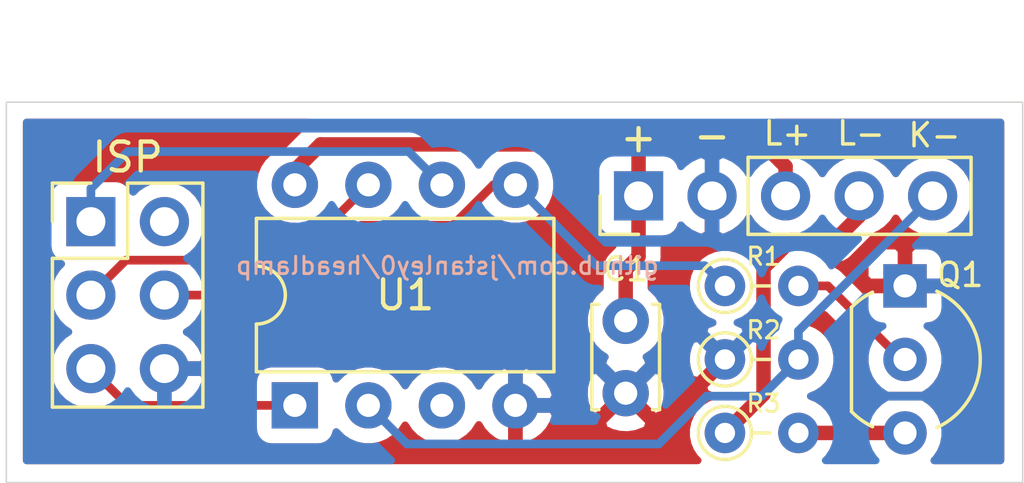
<source format=kicad_pcb>
(kicad_pcb (version 20171130) (host pcbnew "(5.1.9-0-10_14)")

  (general
    (thickness 1.6)
    (drawings 11)
    (tracks 47)
    (zones 0)
    (modules 8)
    (nets 13)
  )

  (page A4)
  (layers
    (0 F.Cu signal)
    (31 B.Cu signal)
    (32 B.Adhes user)
    (33 F.Adhes user)
    (34 B.Paste user)
    (35 F.Paste user)
    (36 B.SilkS user)
    (37 F.SilkS user)
    (38 B.Mask user)
    (39 F.Mask user)
    (40 Dwgs.User user)
    (41 Cmts.User user)
    (42 Eco1.User user)
    (43 Eco2.User user)
    (44 Edge.Cuts user)
    (45 Margin user)
    (46 B.CrtYd user)
    (47 F.CrtYd user)
    (48 B.Fab user)
    (49 F.Fab user)
  )

  (setup
    (last_trace_width 0.25)
    (user_trace_width 0.3)
    (user_trace_width 0.5)
    (trace_clearance 0.2)
    (zone_clearance 0.508)
    (zone_45_only no)
    (trace_min 0.2)
    (via_size 0.8)
    (via_drill 0.4)
    (via_min_size 0.4)
    (via_min_drill 0.3)
    (uvia_size 0.3)
    (uvia_drill 0.1)
    (uvias_allowed no)
    (uvia_min_size 0.2)
    (uvia_min_drill 0.1)
    (edge_width 0.05)
    (segment_width 0.2)
    (pcb_text_width 0.3)
    (pcb_text_size 1.5 1.5)
    (mod_edge_width 0.12)
    (mod_text_size 1 1)
    (mod_text_width 0.15)
    (pad_size 1.524 1.524)
    (pad_drill 0.762)
    (pad_to_mask_clearance 0)
    (aux_axis_origin 0 0)
    (visible_elements FFFFFF7F)
    (pcbplotparams
      (layerselection 0x010fc_ffffffff)
      (usegerberextensions false)
      (usegerberattributes true)
      (usegerberadvancedattributes true)
      (creategerberjobfile true)
      (excludeedgelayer true)
      (linewidth 0.100000)
      (plotframeref false)
      (viasonmask false)
      (mode 1)
      (useauxorigin false)
      (hpglpennumber 1)
      (hpglpenspeed 20)
      (hpglpendiameter 15.000000)
      (psnegative false)
      (psa4output false)
      (plotreference true)
      (plotvalue true)
      (plotinvisibletext false)
      (padsonsilk false)
      (subtractmaskfromsilk false)
      (outputformat 1)
      (mirror false)
      (drillshape 1)
      (scaleselection 1)
      (outputdirectory ""))
  )

  (net 0 "")
  (net 1 /R)
  (net 2 /G)
  (net 3 /W)
  (net 4 "Net-(Q1-Pad2)")
  (net 5 "Net-(Q1-Pad3)")
  (net 6 "Net-(U1-Pad3)")
  (net 7 "Net-(J2-Pad4)")
  (net 8 "Net-(J2-Pad5)")
  (net 9 "Net-(J2-Pad1)")
  (net 10 "Net-(J2-Pad2)")
  (net 11 GND)
  (net 12 "Net-(J2-Pad3)")

  (net_class Default "This is the default net class."
    (clearance 0.2)
    (trace_width 0.25)
    (via_dia 0.8)
    (via_drill 0.4)
    (uvia_dia 0.3)
    (uvia_drill 0.1)
    (add_net /G)
    (add_net /R)
    (add_net /W)
    (add_net GND)
    (add_net "Net-(J2-Pad1)")
    (add_net "Net-(J2-Pad2)")
    (add_net "Net-(J2-Pad3)")
    (add_net "Net-(J2-Pad4)")
    (add_net "Net-(J2-Pad5)")
    (add_net "Net-(Q1-Pad2)")
    (add_net "Net-(Q1-Pad3)")
    (add_net "Net-(U1-Pad3)")
  )

  (module Connector_PinHeader_2.54mm:PinHeader_1x05_P2.54mm_Vertical (layer F.Cu) (tedit 63196C34) (tstamp 6319031C)
    (at 178.054 82.423 90)
    (descr "Through hole straight pin header, 1x05, 2.54mm pitch, single row")
    (tags "Through hole pin header THT 1x05 2.54mm single row")
    (path /631AA6C3)
    (fp_text reference J1 (at 0 -2.33 180) (layer F.SilkS) hide
      (effects (font (size 1 1) (thickness 0.15)))
    )
    (fp_text value Conn_01x05_Male (at 0 12.49 90) (layer F.Fab)
      (effects (font (size 1 1) (thickness 0.15)))
    )
    (fp_line (start -0.635 -1.27) (end 1.27 -1.27) (layer F.Fab) (width 0.1))
    (fp_line (start 1.27 -1.27) (end 1.27 11.43) (layer F.Fab) (width 0.1))
    (fp_line (start 1.27 11.43) (end -1.27 11.43) (layer F.Fab) (width 0.1))
    (fp_line (start -1.27 11.43) (end -1.27 -0.635) (layer F.Fab) (width 0.1))
    (fp_line (start -1.27 -0.635) (end -0.635 -1.27) (layer F.Fab) (width 0.1))
    (fp_line (start -1.33 11.49) (end 1.33 11.49) (layer F.SilkS) (width 0.12))
    (fp_line (start -1.33 3.7846) (end -1.33 11.49) (layer F.SilkS) (width 0.12))
    (fp_line (start 1.33 3.7846) (end 1.33 11.49) (layer F.SilkS) (width 0.12))
    (fp_line (start -1.33 3.7846) (end 1.33 3.7846) (layer F.SilkS) (width 0.12))
    (fp_line (start -1.33 0) (end -1.33 -1.33) (layer F.SilkS) (width 0.12))
    (fp_line (start -1.33 -1.33) (end 0 -1.33) (layer F.SilkS) (width 0.12))
    (fp_line (start -1.8 -1.8) (end -1.8 11.95) (layer F.CrtYd) (width 0.05))
    (fp_line (start -1.8 11.95) (end 1.8 11.95) (layer F.CrtYd) (width 0.05))
    (fp_line (start 1.8 11.95) (end 1.8 -1.8) (layer F.CrtYd) (width 0.05))
    (fp_line (start 1.8 -1.8) (end -1.8 -1.8) (layer F.CrtYd) (width 0.05))
    (fp_text user %R (at 0 5.08) (layer F.Fab)
      (effects (font (size 1 1) (thickness 0.15)))
    )
    (pad 5 thru_hole oval (at 0 10.16 90) (size 1.7 1.7) (drill 1) (layers *.Cu *.Mask)
      (net 3 /W))
    (pad 4 thru_hole oval (at 0 7.62 90) (size 1.7 1.7) (drill 1) (layers *.Cu *.Mask)
      (net 2 /G))
    (pad 3 thru_hole oval (at 0 5.08 90) (size 1.7 1.7) (drill 1) (layers *.Cu *.Mask)
      (net 1 /R))
    (pad 2 thru_hole oval (at 0 2.54 90) (size 1.7 1.7) (drill 1) (layers *.Cu *.Mask)
      (net 11 GND))
    (pad 1 thru_hole rect (at 0 0 90) (size 1.7 1.7) (drill 1) (layers *.Cu *.Mask)
      (net 1 /R))
    (model ${KISYS3DMOD}/Connector_PinHeader_2.54mm.3dshapes/PinHeader_1x05_P2.54mm_Vertical.wrl
      (at (xyz 0 0 0))
      (scale (xyz 1 1 1))
      (rotate (xyz 0 0 0))
    )
  )

  (module Connector_PinHeader_2.54mm:PinHeader_2x03_P2.54mm_Vertical (layer F.Cu) (tedit 59FED5CC) (tstamp 6318F5EB)
    (at 159.131 83.312)
    (descr "Through hole straight pin header, 2x03, 2.54mm pitch, double rows")
    (tags "Through hole pin header THT 2x03 2.54mm double row")
    (path /6318DBA1)
    (fp_text reference J2 (at 1.27 -2.33) (layer F.SilkS) hide
      (effects (font (size 1 1) (thickness 0.15)))
    )
    (fp_text value AVR-ISP-6 (at 1.27 7.41) (layer F.Fab)
      (effects (font (size 1 1) (thickness 0.15)))
    )
    (fp_line (start 4.35 -1.8) (end -1.8 -1.8) (layer F.CrtYd) (width 0.05))
    (fp_line (start 4.35 6.85) (end 4.35 -1.8) (layer F.CrtYd) (width 0.05))
    (fp_line (start -1.8 6.85) (end 4.35 6.85) (layer F.CrtYd) (width 0.05))
    (fp_line (start -1.8 -1.8) (end -1.8 6.85) (layer F.CrtYd) (width 0.05))
    (fp_line (start -1.33 -1.33) (end 0 -1.33) (layer F.SilkS) (width 0.12))
    (fp_line (start -1.33 0) (end -1.33 -1.33) (layer F.SilkS) (width 0.12))
    (fp_line (start 1.27 -1.33) (end 3.87 -1.33) (layer F.SilkS) (width 0.12))
    (fp_line (start 1.27 1.27) (end 1.27 -1.33) (layer F.SilkS) (width 0.12))
    (fp_line (start -1.33 1.27) (end 1.27 1.27) (layer F.SilkS) (width 0.12))
    (fp_line (start 3.87 -1.33) (end 3.87 6.41) (layer F.SilkS) (width 0.12))
    (fp_line (start -1.33 1.27) (end -1.33 6.41) (layer F.SilkS) (width 0.12))
    (fp_line (start -1.33 6.41) (end 3.87 6.41) (layer F.SilkS) (width 0.12))
    (fp_line (start -1.27 0) (end 0 -1.27) (layer F.Fab) (width 0.1))
    (fp_line (start -1.27 6.35) (end -1.27 0) (layer F.Fab) (width 0.1))
    (fp_line (start 3.81 6.35) (end -1.27 6.35) (layer F.Fab) (width 0.1))
    (fp_line (start 3.81 -1.27) (end 3.81 6.35) (layer F.Fab) (width 0.1))
    (fp_line (start 0 -1.27) (end 3.81 -1.27) (layer F.Fab) (width 0.1))
    (fp_text user %R (at 1.27 2.54 90) (layer F.Fab)
      (effects (font (size 1 1) (thickness 0.15)))
    )
    (pad 6 thru_hole oval (at 2.54 5.08) (size 1.7 1.7) (drill 1) (layers *.Cu *.Mask)
      (net 11 GND))
    (pad 5 thru_hole oval (at 0 5.08) (size 1.7 1.7) (drill 1) (layers *.Cu *.Mask)
      (net 8 "Net-(J2-Pad5)"))
    (pad 4 thru_hole oval (at 2.54 2.54) (size 1.7 1.7) (drill 1) (layers *.Cu *.Mask)
      (net 7 "Net-(J2-Pad4)"))
    (pad 3 thru_hole oval (at 0 2.54) (size 1.7 1.7) (drill 1) (layers *.Cu *.Mask)
      (net 12 "Net-(J2-Pad3)"))
    (pad 2 thru_hole oval (at 2.54 0) (size 1.7 1.7) (drill 1) (layers *.Cu *.Mask)
      (net 10 "Net-(J2-Pad2)"))
    (pad 1 thru_hole rect (at 0 0) (size 1.7 1.7) (drill 1) (layers *.Cu *.Mask)
      (net 9 "Net-(J2-Pad1)"))
    (model ${KISYS3DMOD}/Connector_PinHeader_2.54mm.3dshapes/PinHeader_2x03_P2.54mm_Vertical.wrl
      (at (xyz 0 0 0))
      (scale (xyz 1 1 1))
      (rotate (xyz 0 0 0))
    )
  )

  (module Package_TO_SOT_THT:TO-92_Inline_Wide (layer F.Cu) (tedit 5A02FF81) (tstamp 6318FDA1)
    (at 187.2615 85.5345 270)
    (descr "TO-92 leads in-line, wide, drill 0.75mm (see NXP sot054_po.pdf)")
    (tags "to-92 sc-43 sc-43a sot54 PA33 transistor")
    (path /63175B67)
    (fp_text reference Q1 (at -0.381 -1.905 180) (layer F.SilkS)
      (effects (font (size 0.8 0.8) (thickness 0.12)))
    )
    (fp_text value 2N2222A (at 2.54 2.79 90) (layer F.Fab)
      (effects (font (size 1 1) (thickness 0.15)))
    )
    (fp_line (start 0.74 1.85) (end 4.34 1.85) (layer F.SilkS) (width 0.12))
    (fp_line (start 0.8 1.75) (end 4.3 1.75) (layer F.Fab) (width 0.1))
    (fp_line (start -1.01 -2.73) (end 6.09 -2.73) (layer F.CrtYd) (width 0.05))
    (fp_line (start -1.01 -2.73) (end -1.01 2.01) (layer F.CrtYd) (width 0.05))
    (fp_line (start 6.09 2.01) (end 6.09 -2.73) (layer F.CrtYd) (width 0.05))
    (fp_line (start 6.09 2.01) (end -1.01 2.01) (layer F.CrtYd) (width 0.05))
    (fp_arc (start 2.54 0) (end 4.34 1.85) (angle -20) (layer F.SilkS) (width 0.12))
    (fp_arc (start 2.54 0) (end 2.54 -2.48) (angle -135) (layer F.Fab) (width 0.1))
    (fp_arc (start 2.54 0) (end 2.54 -2.48) (angle 135) (layer F.Fab) (width 0.1))
    (fp_arc (start 2.54 0) (end 2.54 -2.6) (angle 65) (layer F.SilkS) (width 0.12))
    (fp_arc (start 2.54 0) (end 2.54 -2.6) (angle -65) (layer F.SilkS) (width 0.12))
    (fp_arc (start 2.54 0) (end 0.74 1.85) (angle 20) (layer F.SilkS) (width 0.12))
    (fp_text user %R (at 2.54 0 180) (layer F.Fab)
      (effects (font (size 1 1) (thickness 0.15)))
    )
    (pad 1 thru_hole rect (at 0 0 270) (size 1.5 1.5) (drill 0.8) (layers *.Cu *.Mask)
      (net 11 GND))
    (pad 3 thru_hole circle (at 5.08 0 270) (size 1.5 1.5) (drill 0.8) (layers *.Cu *.Mask)
      (net 5 "Net-(Q1-Pad3)"))
    (pad 2 thru_hole circle (at 2.54 0 270) (size 1.5 1.5) (drill 0.8) (layers *.Cu *.Mask)
      (net 4 "Net-(Q1-Pad2)"))
    (model ${KISYS3DMOD}/Package_TO_SOT_THT.3dshapes/TO-92_Inline_Wide.wrl
      (at (xyz 0 0 0))
      (scale (xyz 1 1 1))
      (rotate (xyz 0 0 0))
    )
  )

  (module Capacitor_THT:C_Disc_D3.4mm_W2.1mm_P2.50mm (layer F.Cu) (tedit 5AE50EF0) (tstamp 6318F695)
    (at 177.6095 86.741 270)
    (descr "C, Disc series, Radial, pin pitch=2.50mm, , diameter*width=3.4*2.1mm^2, Capacitor, http://www.vishay.com/docs/45233/krseries.pdf")
    (tags "C Disc series Radial pin pitch 2.50mm  diameter 3.4mm width 2.1mm Capacitor")
    (path /63184BF5)
    (fp_text reference C1 (at -1.778 0 180) (layer F.SilkS)
      (effects (font (size 0.8 0.8) (thickness 0.12)))
    )
    (fp_text value 100nF (at 1.25 2.3 90) (layer F.Fab)
      (effects (font (size 1 1) (thickness 0.15)))
    )
    (fp_line (start 3.55 -1.3) (end -1.05 -1.3) (layer F.CrtYd) (width 0.05))
    (fp_line (start 3.55 1.3) (end 3.55 -1.3) (layer F.CrtYd) (width 0.05))
    (fp_line (start -1.05 1.3) (end 3.55 1.3) (layer F.CrtYd) (width 0.05))
    (fp_line (start -1.05 -1.3) (end -1.05 1.3) (layer F.CrtYd) (width 0.05))
    (fp_line (start 3.07 0.925) (end 3.07 1.17) (layer F.SilkS) (width 0.12))
    (fp_line (start 3.07 -1.17) (end 3.07 -0.925) (layer F.SilkS) (width 0.12))
    (fp_line (start -0.57 0.925) (end -0.57 1.17) (layer F.SilkS) (width 0.12))
    (fp_line (start -0.57 -1.17) (end -0.57 -0.925) (layer F.SilkS) (width 0.12))
    (fp_line (start -0.57 1.17) (end 3.07 1.17) (layer F.SilkS) (width 0.12))
    (fp_line (start -0.57 -1.17) (end 3.07 -1.17) (layer F.SilkS) (width 0.12))
    (fp_line (start 2.95 -1.05) (end -0.45 -1.05) (layer F.Fab) (width 0.1))
    (fp_line (start 2.95 1.05) (end 2.95 -1.05) (layer F.Fab) (width 0.1))
    (fp_line (start -0.45 1.05) (end 2.95 1.05) (layer F.Fab) (width 0.1))
    (fp_line (start -0.45 -1.05) (end -0.45 1.05) (layer F.Fab) (width 0.1))
    (fp_text user %R (at 1.25 0 90) (layer F.Fab)
      (effects (font (size 0.68 0.68) (thickness 0.102)))
    )
    (pad 1 thru_hole circle (at 0 0 270) (size 1.6 1.6) (drill 0.8) (layers *.Cu *.Mask)
      (net 1 /R))
    (pad 2 thru_hole circle (at 2.5 0 270) (size 1.6 1.6) (drill 0.8) (layers *.Cu *.Mask)
      (net 11 GND))
    (model ${KISYS3DMOD}/Capacitor_THT.3dshapes/C_Disc_D3.4mm_W2.1mm_P2.50mm.wrl
      (at (xyz 0 0 0))
      (scale (xyz 1 1 1))
      (rotate (xyz 0 0 0))
    )
  )

  (module Resistor_THT:R_Axial_DIN0204_L3.6mm_D1.6mm_P2.54mm_Vertical (layer F.Cu) (tedit 5AE5139B) (tstamp 6317252E)
    (at 181.0385 85.5345)
    (descr "Resistor, Axial_DIN0204 series, Axial, Vertical, pin pitch=2.54mm, 0.167W, length*diameter=3.6*1.6mm^2, http://cdn-reichelt.de/documents/datenblatt/B400/1_4W%23YAG.pdf")
    (tags "Resistor Axial_DIN0204 series Axial Vertical pin pitch 2.54mm 0.167W length 3.6mm diameter 1.6mm")
    (path /6317BC59)
    (fp_text reference R1 (at 1.3335 -1.016) (layer F.SilkS)
      (effects (font (size 0.6 0.6) (thickness 0.1)))
    )
    (fp_text value 1K (at 1.27 1.92) (layer F.Fab)
      (effects (font (size 1 1) (thickness 0.15)))
    )
    (fp_circle (center 0 0) (end 0.8 0) (layer F.Fab) (width 0.1))
    (fp_circle (center 0 0) (end 0.92 0) (layer F.SilkS) (width 0.12))
    (fp_line (start 0 0) (end 2.54 0) (layer F.Fab) (width 0.1))
    (fp_line (start 0.92 0) (end 1.54 0) (layer F.SilkS) (width 0.12))
    (fp_line (start -1.05 -1.05) (end -1.05 1.05) (layer F.CrtYd) (width 0.05))
    (fp_line (start -1.05 1.05) (end 3.49 1.05) (layer F.CrtYd) (width 0.05))
    (fp_line (start 3.49 1.05) (end 3.49 -1.05) (layer F.CrtYd) (width 0.05))
    (fp_line (start 3.49 -1.05) (end -1.05 -1.05) (layer F.CrtYd) (width 0.05))
    (fp_text user %R (at -2.286 0) (layer F.Fab)
      (effects (font (size 1 1) (thickness 0.15)))
    )
    (pad 2 thru_hole oval (at 2.54 0) (size 1.4 1.4) (drill 0.7) (layers *.Cu *.Mask)
      (net 4 "Net-(Q1-Pad2)"))
    (pad 1 thru_hole circle (at 0 0) (size 1.4 1.4) (drill 0.7) (layers *.Cu *.Mask)
      (net 7 "Net-(J2-Pad4)"))
    (model ${KISYS3DMOD}/Resistor_THT.3dshapes/R_Axial_DIN0204_L3.6mm_D1.6mm_P2.54mm_Vertical.wrl
      (at (xyz 0 0 0))
      (scale (xyz 1 1 1))
      (rotate (xyz 0 0 0))
    )
  )

  (module Resistor_THT:R_Axial_DIN0204_L3.6mm_D1.6mm_P2.54mm_Vertical (layer F.Cu) (tedit 5AE5139B) (tstamp 6317253D)
    (at 181.0385 88.0745)
    (descr "Resistor, Axial_DIN0204 series, Axial, Vertical, pin pitch=2.54mm, 0.167W, length*diameter=3.6*1.6mm^2, http://cdn-reichelt.de/documents/datenblatt/B400/1_4W%23YAG.pdf")
    (tags "Resistor Axial_DIN0204 series Axial Vertical pin pitch 2.54mm 0.167W length 3.6mm diameter 1.6mm")
    (path /631788F3)
    (fp_text reference R2 (at 1.3335 -1.016) (layer F.SilkS)
      (effects (font (size 0.6 0.6) (thickness 0.1)))
    )
    (fp_text value 1K (at 1.27 1.92) (layer F.Fab)
      (effects (font (size 1 1) (thickness 0.15)))
    )
    (fp_line (start 3.49 -1.05) (end -1.05 -1.05) (layer F.CrtYd) (width 0.05))
    (fp_line (start 3.49 1.05) (end 3.49 -1.05) (layer F.CrtYd) (width 0.05))
    (fp_line (start -1.05 1.05) (end 3.49 1.05) (layer F.CrtYd) (width 0.05))
    (fp_line (start -1.05 -1.05) (end -1.05 1.05) (layer F.CrtYd) (width 0.05))
    (fp_line (start 0.92 0) (end 1.54 0) (layer F.SilkS) (width 0.12))
    (fp_line (start 0 0) (end 2.54 0) (layer F.Fab) (width 0.1))
    (fp_circle (center 0 0) (end 0.92 0) (layer F.SilkS) (width 0.12))
    (fp_circle (center 0 0) (end 0.8 0) (layer F.Fab) (width 0.1))
    (fp_text user %R (at -2.286 0) (layer F.Fab)
      (effects (font (size 1 1) (thickness 0.15)))
    )
    (pad 1 thru_hole circle (at 0 0) (size 1.4 1.4) (drill 0.7) (layers *.Cu *.Mask)
      (net 11 GND))
    (pad 2 thru_hole oval (at 2.54 0) (size 1.4 1.4) (drill 0.7) (layers *.Cu *.Mask)
      (net 3 /W))
    (model ${KISYS3DMOD}/Resistor_THT.3dshapes/R_Axial_DIN0204_L3.6mm_D1.6mm_P2.54mm_Vertical.wrl
      (at (xyz 0 0 0))
      (scale (xyz 1 1 1))
      (rotate (xyz 0 0 0))
    )
  )

  (module Resistor_THT:R_Axial_DIN0204_L3.6mm_D1.6mm_P2.54mm_Vertical (layer F.Cu) (tedit 5AE5139B) (tstamp 6317254C)
    (at 181.0385 90.6145)
    (descr "Resistor, Axial_DIN0204 series, Axial, Vertical, pin pitch=2.54mm, 0.167W, length*diameter=3.6*1.6mm^2, http://cdn-reichelt.de/documents/datenblatt/B400/1_4W%23YAG.pdf")
    (tags "Resistor Axial_DIN0204 series Axial Vertical pin pitch 2.54mm 0.167W length 3.6mm diameter 1.6mm")
    (path /6317D4CA)
    (fp_text reference R3 (at 1.3335 -1.016) (layer F.SilkS)
      (effects (font (size 0.6 0.6) (thickness 0.1)))
    )
    (fp_text value 10 (at 1.27 -1.778) (layer F.Fab)
      (effects (font (size 1 1) (thickness 0.15)))
    )
    (fp_line (start 3.49 -1.05) (end -1.05 -1.05) (layer F.CrtYd) (width 0.05))
    (fp_line (start 3.49 1.05) (end 3.49 -1.05) (layer F.CrtYd) (width 0.05))
    (fp_line (start -1.05 1.05) (end 3.49 1.05) (layer F.CrtYd) (width 0.05))
    (fp_line (start -1.05 -1.05) (end -1.05 1.05) (layer F.CrtYd) (width 0.05))
    (fp_line (start 0.92 0) (end 1.54 0) (layer F.SilkS) (width 0.12))
    (fp_line (start 0 0) (end 2.54 0) (layer F.Fab) (width 0.1))
    (fp_circle (center 0 0) (end 0.92 0) (layer F.SilkS) (width 0.12))
    (fp_circle (center 0 0) (end 0.8 0) (layer F.Fab) (width 0.1))
    (fp_text user %R (at -2.286 0) (layer F.Fab)
      (effects (font (size 1 1) (thickness 0.15)))
    )
    (pad 1 thru_hole circle (at 0 0) (size 1.4 1.4) (drill 0.7) (layers *.Cu *.Mask)
      (net 2 /G))
    (pad 2 thru_hole oval (at 2.54 0) (size 1.4 1.4) (drill 0.7) (layers *.Cu *.Mask)
      (net 5 "Net-(Q1-Pad3)"))
    (model ${KISYS3DMOD}/Resistor_THT.3dshapes/R_Axial_DIN0204_L3.6mm_D1.6mm_P2.54mm_Vertical.wrl
      (at (xyz 0 0 0))
      (scale (xyz 1 1 1))
      (rotate (xyz 0 0 0))
    )
  )

  (module Package_DIP:DIP-8_W7.62mm (layer F.Cu) (tedit 5A02E8C5) (tstamp 6318F738)
    (at 166.1795 89.662 90)
    (descr "8-lead though-hole mounted DIP package, row spacing 7.62 mm (300 mils)")
    (tags "THT DIP DIL PDIP 2.54mm 7.62mm 300mil")
    (path /6316C734)
    (fp_text reference U1 (at 3.81 3.81 180) (layer F.SilkS)
      (effects (font (size 1 1) (thickness 0.15)))
    )
    (fp_text value ATtiny85-20PU (at 3.81 9.95 90) (layer F.Fab)
      (effects (font (size 1 1) (thickness 0.15)))
    )
    (fp_line (start 8.7 -1.55) (end -1.1 -1.55) (layer F.CrtYd) (width 0.05))
    (fp_line (start 8.7 9.15) (end 8.7 -1.55) (layer F.CrtYd) (width 0.05))
    (fp_line (start -1.1 9.15) (end 8.7 9.15) (layer F.CrtYd) (width 0.05))
    (fp_line (start -1.1 -1.55) (end -1.1 9.15) (layer F.CrtYd) (width 0.05))
    (fp_line (start 6.46 -1.33) (end 4.81 -1.33) (layer F.SilkS) (width 0.12))
    (fp_line (start 6.46 8.95) (end 6.46 -1.33) (layer F.SilkS) (width 0.12))
    (fp_line (start 1.16 8.95) (end 6.46 8.95) (layer F.SilkS) (width 0.12))
    (fp_line (start 1.16 -1.33) (end 1.16 8.95) (layer F.SilkS) (width 0.12))
    (fp_line (start 2.81 -1.33) (end 1.16 -1.33) (layer F.SilkS) (width 0.12))
    (fp_line (start 0.635 -0.27) (end 1.635 -1.27) (layer F.Fab) (width 0.1))
    (fp_line (start 0.635 8.89) (end 0.635 -0.27) (layer F.Fab) (width 0.1))
    (fp_line (start 6.985 8.89) (end 0.635 8.89) (layer F.Fab) (width 0.1))
    (fp_line (start 6.985 -1.27) (end 6.985 8.89) (layer F.Fab) (width 0.1))
    (fp_line (start 1.635 -1.27) (end 6.985 -1.27) (layer F.Fab) (width 0.1))
    (fp_arc (start 3.81 -1.33) (end 2.81 -1.33) (angle -180) (layer F.SilkS) (width 0.12))
    (fp_text user %R (at 3.81 3.81 90) (layer F.Fab)
      (effects (font (size 1 1) (thickness 0.15)))
    )
    (pad 1 thru_hole rect (at 0 0 90) (size 1.6 1.6) (drill 0.8) (layers *.Cu *.Mask)
      (net 8 "Net-(J2-Pad5)"))
    (pad 5 thru_hole oval (at 7.62 7.62 90) (size 1.6 1.6) (drill 0.8) (layers *.Cu *.Mask)
      (net 7 "Net-(J2-Pad4)"))
    (pad 2 thru_hole oval (at 0 2.54 90) (size 1.6 1.6) (drill 0.8) (layers *.Cu *.Mask)
      (net 3 /W))
    (pad 6 thru_hole oval (at 7.62 5.08 90) (size 1.6 1.6) (drill 0.8) (layers *.Cu *.Mask)
      (net 9 "Net-(J2-Pad1)"))
    (pad 3 thru_hole oval (at 0 5.08 90) (size 1.6 1.6) (drill 0.8) (layers *.Cu *.Mask)
      (net 6 "Net-(U1-Pad3)"))
    (pad 7 thru_hole oval (at 7.62 2.54 90) (size 1.6 1.6) (drill 0.8) (layers *.Cu *.Mask)
      (net 12 "Net-(J2-Pad3)"))
    (pad 4 thru_hole oval (at 0 7.62 90) (size 1.6 1.6) (drill 0.8) (layers *.Cu *.Mask)
      (net 11 GND))
    (pad 8 thru_hole oval (at 7.62 0 90) (size 1.6 1.6) (drill 0.8) (layers *.Cu *.Mask)
      (net 1 /R))
    (model ${KISYS3DMOD}/Package_DIP.3dshapes/DIP-8_W7.62mm.wrl
      (at (xyz 0 0 0))
      (scale (xyz 1 1 1))
      (rotate (xyz 0 0 0))
    )
  )

  (gr_text ISP (at 160.401 81.0895) (layer F.SilkS)
    (effects (font (size 1 1) (thickness 0.15)))
  )
  (gr_text github.com/jstanley0/headlamp (at 171.45 84.836) (layer B.SilkS)
    (effects (font (size 0.6 0.6) (thickness 0.1)) (justify mirror))
  )
  (gr_text K- (at 188.2775 80.3275) (layer F.SilkS) (tstamp 63190727)
    (effects (font (size 0.8 0.8) (thickness 0.12)))
  )
  (gr_text L- (at 185.7375 80.264) (layer F.SilkS) (tstamp 63190727)
    (effects (font (size 0.8 0.8) (thickness 0.12)))
  )
  (gr_text L+ (at 183.1975 80.264) (layer F.SilkS) (tstamp 63190727)
    (effects (font (size 0.8 0.8) (thickness 0.12)))
  )
  (gr_text - (at 180.594 80.3275) (layer F.SilkS) (tstamp 63190727)
    (effects (font (size 1 1) (thickness 0.15)))
  )
  (gr_text + (at 178.054 80.391) (layer F.SilkS)
    (effects (font (size 1 1) (thickness 0.15)))
  )
  (gr_line (start 156.21 92.329) (end 156.21 79.1845) (layer Edge.Cuts) (width 0.05) (tstamp 6319056B))
  (gr_line (start 191.3255 92.329) (end 156.21 92.329) (layer Edge.Cuts) (width 0.05))
  (gr_line (start 191.3255 79.1845) (end 191.3255 92.329) (layer Edge.Cuts) (width 0.05))
  (gr_line (start 156.21 79.1845) (end 191.3255 79.1845) (layer Edge.Cuts) (width 0.05))

  (segment (start 166.1795 82.042) (end 166.1795 81.534) (width 0.5) (layer F.Cu) (net 1))
  (segment (start 166.1795 81.534) (end 167.0685 80.645) (width 0.5) (layer F.Cu) (net 1))
  (segment (start 183.134 81.407) (end 183.134 82.423) (width 0.5) (layer F.Cu) (net 1))
  (segment (start 182.372 80.645) (end 183.134 81.407) (width 0.5) (layer F.Cu) (net 1))
  (segment (start 178.054 80.645) (end 182.372 80.645) (width 0.5) (layer F.Cu) (net 1))
  (segment (start 178.054 82.423) (end 178.054 80.645) (width 0.5) (layer F.Cu) (net 1))
  (segment (start 167.0685 80.645) (end 178.054 80.645) (width 0.5) (layer F.Cu) (net 1))
  (segment (start 178.054 82.423) (end 178.054 84.5185) (width 0.5) (layer F.Cu) (net 1))
  (segment (start 177.6095 84.963) (end 177.6095 86.741) (width 0.5) (layer F.Cu) (net 1))
  (segment (start 178.054 84.5185) (end 177.6095 84.963) (width 0.5) (layer F.Cu) (net 1))
  (segment (start 182.372 89.281) (end 181.0385 90.6145) (width 0.5) (layer F.Cu) (net 2))
  (segment (start 182.372 84.905749) (end 182.372 89.281) (width 0.5) (layer F.Cu) (net 2))
  (segment (start 184.8485 83.947) (end 183.330749 83.947) (width 0.5) (layer F.Cu) (net 2))
  (segment (start 185.674 83.1215) (end 184.8485 83.947) (width 0.5) (layer F.Cu) (net 2))
  (segment (start 183.330749 83.947) (end 182.372 84.905749) (width 0.5) (layer F.Cu) (net 2))
  (segment (start 185.674 82.423) (end 185.674 83.1215) (width 0.5) (layer F.Cu) (net 2))
  (segment (start 170.053 90.9955) (end 168.7195 89.662) (width 0.3) (layer B.Cu) (net 3))
  (segment (start 180.4035 89.3445) (end 178.7525 90.9955) (width 0.3) (layer B.Cu) (net 3))
  (segment (start 178.7525 90.9955) (end 170.053 90.9955) (width 0.3) (layer B.Cu) (net 3))
  (segment (start 182.3085 89.3445) (end 180.4035 89.3445) (width 0.3) (layer B.Cu) (net 3))
  (segment (start 183.5785 88.0745) (end 182.3085 89.3445) (width 0.3) (layer B.Cu) (net 3))
  (segment (start 183.5785 87.09025) (end 183.5785 88.0745) (width 0.3) (layer B.Cu) (net 3))
  (segment (start 188.214 82.45475) (end 183.5785 87.09025) (width 0.3) (layer B.Cu) (net 3))
  (segment (start 188.214 82.423) (end 188.214 82.45475) (width 0.3) (layer F.Cu) (net 3))
  (segment (start 183.5785 85.5345) (end 184.5945 85.5345) (width 0.3) (layer F.Cu) (net 4))
  (segment (start 187.1345 88.0745) (end 187.2615 88.0745) (width 0.3) (layer B.Cu) (net 4))
  (segment (start 184.5945 85.5345) (end 187.1345 88.0745) (width 0.3) (layer F.Cu) (net 4))
  (segment (start 187.2615 90.6145) (end 183.5785 90.6145) (width 0.5) (layer F.Cu) (net 5))
  (segment (start 173.7995 82.042) (end 176.5935 84.836) (width 0.3) (layer B.Cu) (net 7))
  (segment (start 180.34 84.836) (end 181.0385 85.5345) (width 0.3) (layer B.Cu) (net 7))
  (segment (start 176.5935 84.836) (end 180.34 84.836) (width 0.3) (layer B.Cu) (net 7))
  (segment (start 171.6405 83.439) (end 173.0375 82.042) (width 0.3) (layer F.Cu) (net 7))
  (segment (start 166.0525 85.852) (end 168.4655 83.439) (width 0.3) (layer F.Cu) (net 7))
  (segment (start 173.0375 82.042) (end 173.7995 82.042) (width 0.3) (layer F.Cu) (net 7))
  (segment (start 168.4655 83.439) (end 171.6405 83.439) (width 0.3) (layer F.Cu) (net 7))
  (segment (start 161.671 85.852) (end 166.0525 85.852) (width 0.3) (layer F.Cu) (net 7))
  (segment (start 160.401 89.662) (end 166.1795 89.662) (width 0.3) (layer F.Cu) (net 8))
  (segment (start 159.131 88.392) (end 160.401 89.662) (width 0.3) (layer F.Cu) (net 8))
  (segment (start 159.131 83.312) (end 159.131 82.169) (width 0.3) (layer B.Cu) (net 9))
  (segment (start 170.109499 80.891999) (end 171.2595 82.042) (width 0.3) (layer B.Cu) (net 9))
  (segment (start 160.408001 80.891999) (end 170.109499 80.891999) (width 0.3) (layer B.Cu) (net 9))
  (segment (start 159.131 82.169) (end 160.408001 80.891999) (width 0.3) (layer B.Cu) (net 9))
  (segment (start 188.214 89.3445) (end 186.563 89.3445) (width 0.3) (layer B.Cu) (net 11))
  (segment (start 188.0235 89.3445) (end 186.436 89.3445) (width 0.3) (layer F.Cu) (net 11))
  (segment (start 159.131 85.852) (end 160.3375 84.6455) (width 0.3) (layer F.Cu) (net 12))
  (segment (start 166.116 84.6455) (end 168.7195 82.042) (width 0.3) (layer F.Cu) (net 12))
  (segment (start 160.3375 84.6455) (end 166.116 84.6455) (width 0.3) (layer F.Cu) (net 12))

  (zone (net 11) (net_name GND) (layer B.Cu) (tstamp 63190C29) (hatch edge 0.508)
    (connect_pads (clearance 0.508))
    (min_thickness 0.254)
    (fill yes (arc_segments 32) (thermal_gap 0.508) (thermal_bridge_width 0.508))
    (polygon
      (pts
        (xy 190.6905 91.694) (xy 156.7815 91.694) (xy 156.7815 79.756) (xy 190.6905 79.756)
      )
    )
    (filled_polygon
      (pts
        (xy 190.5635 91.567) (xy 188.267685 91.567) (xy 188.337299 91.497386) (xy 188.488871 91.270543) (xy 188.593275 91.018489)
        (xy 188.6465 90.750911) (xy 188.6465 90.478089) (xy 188.593275 90.210511) (xy 188.488871 89.958457) (xy 188.337299 89.731614)
        (xy 188.144386 89.538701) (xy 187.917543 89.387129) (xy 187.814627 89.3445) (xy 187.917543 89.301871) (xy 188.144386 89.150299)
        (xy 188.337299 88.957386) (xy 188.488871 88.730543) (xy 188.593275 88.478489) (xy 188.6465 88.210911) (xy 188.6465 87.938089)
        (xy 188.593275 87.670511) (xy 188.488871 87.418457) (xy 188.337299 87.191614) (xy 188.144386 86.998701) (xy 188.028017 86.920945)
        (xy 188.135982 86.910312) (xy 188.25568 86.874002) (xy 188.365994 86.815037) (xy 188.462685 86.735685) (xy 188.542037 86.638994)
        (xy 188.601002 86.52868) (xy 188.637312 86.408982) (xy 188.649572 86.2845) (xy 188.6465 85.82025) (xy 188.48775 85.6615)
        (xy 187.3885 85.6615) (xy 187.3885 85.6815) (xy 187.1345 85.6815) (xy 187.1345 85.6615) (xy 187.1145 85.6615)
        (xy 187.1145 85.4075) (xy 187.1345 85.4075) (xy 187.1345 85.3875) (xy 187.3885 85.3875) (xy 187.3885 85.4075)
        (xy 188.48775 85.4075) (xy 188.6465 85.24875) (xy 188.649572 84.7845) (xy 188.637312 84.660018) (xy 188.601002 84.54032)
        (xy 188.542037 84.430006) (xy 188.462685 84.333315) (xy 188.365994 84.253963) (xy 188.25568 84.194998) (xy 188.135982 84.158688)
        (xy 188.0115 84.146428) (xy 187.629955 84.148953) (xy 187.903565 83.875343) (xy 188.06774 83.908) (xy 188.36026 83.908)
        (xy 188.647158 83.850932) (xy 188.917411 83.73899) (xy 189.160632 83.576475) (xy 189.367475 83.369632) (xy 189.52999 83.126411)
        (xy 189.641932 82.856158) (xy 189.699 82.56926) (xy 189.699 82.27674) (xy 189.641932 81.989842) (xy 189.52999 81.719589)
        (xy 189.367475 81.476368) (xy 189.160632 81.269525) (xy 188.917411 81.10701) (xy 188.647158 80.995068) (xy 188.36026 80.938)
        (xy 188.06774 80.938) (xy 187.780842 80.995068) (xy 187.510589 81.10701) (xy 187.267368 81.269525) (xy 187.060525 81.476368)
        (xy 186.944 81.65076) (xy 186.827475 81.476368) (xy 186.620632 81.269525) (xy 186.377411 81.10701) (xy 186.107158 80.995068)
        (xy 185.82026 80.938) (xy 185.52774 80.938) (xy 185.240842 80.995068) (xy 184.970589 81.10701) (xy 184.727368 81.269525)
        (xy 184.520525 81.476368) (xy 184.404 81.65076) (xy 184.287475 81.476368) (xy 184.080632 81.269525) (xy 183.837411 81.10701)
        (xy 183.567158 80.995068) (xy 183.28026 80.938) (xy 182.98774 80.938) (xy 182.700842 80.995068) (xy 182.430589 81.10701)
        (xy 182.187368 81.269525) (xy 181.980525 81.476368) (xy 181.858805 81.658534) (xy 181.789178 81.541645) (xy 181.594269 81.325412)
        (xy 181.36092 81.151359) (xy 181.098099 81.026175) (xy 180.95089 80.981524) (xy 180.721 81.102845) (xy 180.721 82.296)
        (xy 180.741 82.296) (xy 180.741 82.55) (xy 180.721 82.55) (xy 180.721 83.743155) (xy 180.95089 83.864476)
        (xy 181.098099 83.819825) (xy 181.36092 83.694641) (xy 181.594269 83.520588) (xy 181.789178 83.304355) (xy 181.858805 83.187466)
        (xy 181.980525 83.369632) (xy 182.187368 83.576475) (xy 182.430589 83.73899) (xy 182.700842 83.850932) (xy 182.98774 83.908)
        (xy 183.28026 83.908) (xy 183.567158 83.850932) (xy 183.837411 83.73899) (xy 184.080632 83.576475) (xy 184.287475 83.369632)
        (xy 184.404 83.19524) (xy 184.520525 83.369632) (xy 184.727368 83.576475) (xy 184.970589 83.73899) (xy 185.240842 83.850932)
        (xy 185.52774 83.908) (xy 185.650592 83.908) (xy 184.71946 84.839132) (xy 184.615462 84.683487) (xy 184.429513 84.497538)
        (xy 184.210859 84.351439) (xy 183.967905 84.250804) (xy 183.709986 84.1995) (xy 183.447014 84.1995) (xy 183.189095 84.250804)
        (xy 182.946141 84.351439) (xy 182.727487 84.497538) (xy 182.541538 84.683487) (xy 182.395439 84.902141) (xy 182.3085 85.11203)
        (xy 182.221561 84.902141) (xy 182.075462 84.683487) (xy 181.889513 84.497538) (xy 181.670859 84.351439) (xy 181.427905 84.250804)
        (xy 181.169986 84.1995) (xy 180.907014 84.1995) (xy 180.822347 84.216342) (xy 180.778233 84.180138) (xy 180.64186 84.107246)
        (xy 180.493887 84.062359) (xy 180.378561 84.051) (xy 180.378553 84.051) (xy 180.34 84.047203) (xy 180.301447 84.051)
        (xy 176.918657 84.051) (xy 175.204054 82.336397) (xy 175.2345 82.183335) (xy 175.2345 81.900665) (xy 175.179353 81.623426)
        (xy 175.158466 81.573) (xy 176.565928 81.573) (xy 176.565928 83.273) (xy 176.578188 83.397482) (xy 176.614498 83.51718)
        (xy 176.673463 83.627494) (xy 176.752815 83.724185) (xy 176.849506 83.803537) (xy 176.95982 83.862502) (xy 177.079518 83.898812)
        (xy 177.204 83.911072) (xy 178.904 83.911072) (xy 179.028482 83.898812) (xy 179.14818 83.862502) (xy 179.258494 83.803537)
        (xy 179.355185 83.724185) (xy 179.434537 83.627494) (xy 179.493502 83.51718) (xy 179.517966 83.436534) (xy 179.593731 83.520588)
        (xy 179.82708 83.694641) (xy 180.089901 83.819825) (xy 180.23711 83.864476) (xy 180.467 83.743155) (xy 180.467 82.55)
        (xy 180.447 82.55) (xy 180.447 82.296) (xy 180.467 82.296) (xy 180.467 81.102845) (xy 180.23711 80.981524)
        (xy 180.089901 81.026175) (xy 179.82708 81.151359) (xy 179.593731 81.325412) (xy 179.517966 81.409466) (xy 179.493502 81.32882)
        (xy 179.434537 81.218506) (xy 179.355185 81.121815) (xy 179.258494 81.042463) (xy 179.14818 80.983498) (xy 179.028482 80.947188)
        (xy 178.904 80.934928) (xy 177.204 80.934928) (xy 177.079518 80.947188) (xy 176.95982 80.983498) (xy 176.849506 81.042463)
        (xy 176.752815 81.121815) (xy 176.673463 81.218506) (xy 176.614498 81.32882) (xy 176.578188 81.448518) (xy 176.565928 81.573)
        (xy 175.158466 81.573) (xy 175.07118 81.362273) (xy 174.914137 81.127241) (xy 174.714259 80.927363) (xy 174.479227 80.77032)
        (xy 174.218074 80.662147) (xy 173.940835 80.607) (xy 173.658165 80.607) (xy 173.380926 80.662147) (xy 173.119773 80.77032)
        (xy 172.884741 80.927363) (xy 172.684863 81.127241) (xy 172.5295 81.359759) (xy 172.374137 81.127241) (xy 172.174259 80.927363)
        (xy 171.939227 80.77032) (xy 171.678074 80.662147) (xy 171.400835 80.607) (xy 171.118165 80.607) (xy 170.965104 80.637446)
        (xy 170.691846 80.364189) (xy 170.667263 80.334235) (xy 170.547732 80.236137) (xy 170.411359 80.163245) (xy 170.263386 80.118358)
        (xy 170.14806 80.106999) (xy 170.148052 80.106999) (xy 170.109499 80.103202) (xy 170.070946 80.106999) (xy 160.446553 80.106999)
        (xy 160.408 80.103202) (xy 160.369447 80.106999) (xy 160.36944 80.106999) (xy 160.268491 80.116942) (xy 160.254113 80.118358)
        (xy 160.106141 80.163245) (xy 159.969768 80.236137) (xy 159.90956 80.285549) (xy 159.880188 80.309654) (xy 159.880185 80.309657)
        (xy 159.850237 80.334235) (xy 159.825659 80.364184) (xy 158.603185 81.586658) (xy 158.573237 81.611236) (xy 158.548659 81.641184)
        (xy 158.548655 81.641188) (xy 158.528588 81.66564) (xy 158.475139 81.730767) (xy 158.436177 81.80366) (xy 158.425344 81.823928)
        (xy 158.281 81.823928) (xy 158.156518 81.836188) (xy 158.03682 81.872498) (xy 157.926506 81.931463) (xy 157.829815 82.010815)
        (xy 157.750463 82.107506) (xy 157.691498 82.21782) (xy 157.655188 82.337518) (xy 157.642928 82.462) (xy 157.642928 84.162)
        (xy 157.655188 84.286482) (xy 157.691498 84.40618) (xy 157.750463 84.516494) (xy 157.829815 84.613185) (xy 157.926506 84.692537)
        (xy 158.03682 84.751502) (xy 158.10938 84.773513) (xy 157.977525 84.905368) (xy 157.81501 85.148589) (xy 157.703068 85.418842)
        (xy 157.646 85.70574) (xy 157.646 85.99826) (xy 157.703068 86.285158) (xy 157.81501 86.555411) (xy 157.977525 86.798632)
        (xy 158.184368 87.005475) (xy 158.35876 87.122) (xy 158.184368 87.238525) (xy 157.977525 87.445368) (xy 157.81501 87.688589)
        (xy 157.703068 87.958842) (xy 157.646 88.24574) (xy 157.646 88.53826) (xy 157.703068 88.825158) (xy 157.81501 89.095411)
        (xy 157.977525 89.338632) (xy 158.184368 89.545475) (xy 158.427589 89.70799) (xy 158.697842 89.819932) (xy 158.98474 89.877)
        (xy 159.27726 89.877) (xy 159.564158 89.819932) (xy 159.834411 89.70799) (xy 160.077632 89.545475) (xy 160.284475 89.338632)
        (xy 160.4021 89.162594) (xy 160.573412 89.392269) (xy 160.789645 89.587178) (xy 161.039748 89.736157) (xy 161.314109 89.833481)
        (xy 161.544 89.712814) (xy 161.544 88.519) (xy 161.798 88.519) (xy 161.798 89.712814) (xy 162.027891 89.833481)
        (xy 162.302252 89.736157) (xy 162.552355 89.587178) (xy 162.768588 89.392269) (xy 162.942641 89.15892) (xy 163.067825 88.896099)
        (xy 163.112476 88.74889) (xy 162.991155 88.519) (xy 161.798 88.519) (xy 161.544 88.519) (xy 161.524 88.519)
        (xy 161.524 88.265) (xy 161.544 88.265) (xy 161.544 88.245) (xy 161.798 88.245) (xy 161.798 88.265)
        (xy 162.991155 88.265) (xy 163.112476 88.03511) (xy 163.067825 87.887901) (xy 162.942641 87.62508) (xy 162.768588 87.391731)
        (xy 162.552355 87.196822) (xy 162.435466 87.127195) (xy 162.617632 87.005475) (xy 162.824475 86.798632) (xy 162.98699 86.555411)
        (xy 163.098932 86.285158) (xy 163.156 85.99826) (xy 163.156 85.70574) (xy 163.098932 85.418842) (xy 162.98699 85.148589)
        (xy 162.824475 84.905368) (xy 162.617632 84.698525) (xy 162.44324 84.582) (xy 162.617632 84.465475) (xy 162.824475 84.258632)
        (xy 162.98699 84.015411) (xy 163.098932 83.745158) (xy 163.156 83.45826) (xy 163.156 83.16574) (xy 163.098932 82.878842)
        (xy 162.98699 82.608589) (xy 162.824475 82.365368) (xy 162.617632 82.158525) (xy 162.374411 81.99601) (xy 162.104158 81.884068)
        (xy 161.81726 81.827) (xy 161.52474 81.827) (xy 161.237842 81.884068) (xy 160.967589 81.99601) (xy 160.724368 82.158525)
        (xy 160.592513 82.29038) (xy 160.570502 82.21782) (xy 160.511537 82.107506) (xy 160.432185 82.010815) (xy 160.414146 81.996011)
        (xy 160.733159 81.676999) (xy 164.788991 81.676999) (xy 164.7445 81.900665) (xy 164.7445 82.183335) (xy 164.799647 82.460574)
        (xy 164.90782 82.721727) (xy 165.064863 82.956759) (xy 165.264741 83.156637) (xy 165.499773 83.31368) (xy 165.760926 83.421853)
        (xy 166.038165 83.477) (xy 166.320835 83.477) (xy 166.598074 83.421853) (xy 166.859227 83.31368) (xy 167.094259 83.156637)
        (xy 167.294137 82.956759) (xy 167.4495 82.724241) (xy 167.604863 82.956759) (xy 167.804741 83.156637) (xy 168.039773 83.31368)
        (xy 168.300926 83.421853) (xy 168.578165 83.477) (xy 168.860835 83.477) (xy 169.138074 83.421853) (xy 169.399227 83.31368)
        (xy 169.634259 83.156637) (xy 169.834137 82.956759) (xy 169.9895 82.724241) (xy 170.144863 82.956759) (xy 170.344741 83.156637)
        (xy 170.579773 83.31368) (xy 170.840926 83.421853) (xy 171.118165 83.477) (xy 171.400835 83.477) (xy 171.678074 83.421853)
        (xy 171.939227 83.31368) (xy 172.174259 83.156637) (xy 172.374137 82.956759) (xy 172.5295 82.724241) (xy 172.684863 82.956759)
        (xy 172.884741 83.156637) (xy 173.119773 83.31368) (xy 173.380926 83.421853) (xy 173.658165 83.477) (xy 173.940835 83.477)
        (xy 174.093897 83.446554) (xy 176.011153 85.36381) (xy 176.035736 85.393764) (xy 176.155267 85.491862) (xy 176.29164 85.564754)
        (xy 176.439613 85.609642) (xy 176.514526 85.61702) (xy 176.554939 85.621) (xy 176.554944 85.621) (xy 176.5935 85.624797)
        (xy 176.632056 85.621) (xy 176.702767 85.621) (xy 176.694741 85.626363) (xy 176.494863 85.826241) (xy 176.33782 86.061273)
        (xy 176.229647 86.322426) (xy 176.1745 86.599665) (xy 176.1745 86.882335) (xy 176.229647 87.159574) (xy 176.33782 87.420727)
        (xy 176.494863 87.655759) (xy 176.694741 87.855637) (xy 176.895369 87.989692) (xy 176.867986 88.004329) (xy 176.796403 88.248298)
        (xy 177.6095 89.061395) (xy 178.422597 88.248298) (xy 178.351014 88.004329) (xy 178.322159 87.990676) (xy 178.524259 87.855637)
        (xy 178.724137 87.655759) (xy 178.88118 87.420727) (xy 178.989353 87.159574) (xy 179.0445 86.882335) (xy 179.0445 86.599665)
        (xy 178.989353 86.322426) (xy 178.88118 86.061273) (xy 178.724137 85.826241) (xy 178.524259 85.626363) (xy 178.516233 85.621)
        (xy 179.7035 85.621) (xy 179.7035 85.665986) (xy 179.754804 85.923905) (xy 179.855439 86.166859) (xy 180.001538 86.385513)
        (xy 180.187487 86.571462) (xy 180.406141 86.717561) (xy 180.619944 86.806121) (xy 180.457134 86.865565) (xy 180.356297 86.919463)
        (xy 180.296836 87.153231) (xy 181.0385 87.894895) (xy 181.780164 87.153231) (xy 181.720703 86.919463) (xy 181.482258 86.808566)
        (xy 181.462673 86.803794) (xy 181.670859 86.717561) (xy 181.889513 86.571462) (xy 182.075462 86.385513) (xy 182.221561 86.166859)
        (xy 182.3085 85.95697) (xy 182.395439 86.166859) (xy 182.541538 86.385513) (xy 182.727487 86.571462) (xy 182.903009 86.688741)
        (xy 182.849746 86.788391) (xy 182.804859 86.936364) (xy 182.799643 86.989325) (xy 182.727487 87.037538) (xy 182.541538 87.223487)
        (xy 182.395439 87.442141) (xy 182.306879 87.655944) (xy 182.247435 87.493134) (xy 182.193537 87.392297) (xy 181.959769 87.332836)
        (xy 181.218105 88.0745) (xy 181.232248 88.088643) (xy 181.052643 88.268248) (xy 181.0385 88.254105) (xy 181.024358 88.268248)
        (xy 180.844753 88.088643) (xy 180.858895 88.0745) (xy 180.117231 87.332836) (xy 179.883463 87.392297) (xy 179.772566 87.630742)
        (xy 179.710317 87.88624) (xy 179.69911 88.148973) (xy 179.739375 88.408844) (xy 179.829565 88.655866) (xy 179.883118 88.756057)
        (xy 179.845736 88.786736) (xy 179.821155 88.816688) (xy 178.985881 89.651962) (xy 179.0358 89.452816) (xy 179.049717 89.170488)
        (xy 179.008287 88.89087) (xy 178.913103 88.624708) (xy 178.846171 88.499486) (xy 178.602202 88.427903) (xy 177.789105 89.241)
        (xy 177.803248 89.255143) (xy 177.623643 89.434748) (xy 177.6095 89.420605) (xy 177.595358 89.434748) (xy 177.415753 89.255143)
        (xy 177.429895 89.241) (xy 176.616798 88.427903) (xy 176.372829 88.499486) (xy 176.251929 88.754996) (xy 176.1832 89.029184)
        (xy 176.169283 89.311512) (xy 176.210713 89.59113) (xy 176.305897 89.857292) (xy 176.372829 89.982514) (xy 176.616796 90.054097)
        (xy 176.500523 90.17037) (xy 176.540653 90.2105) (xy 175.119983 90.2105) (xy 175.191409 90.01104) (xy 175.070124 89.789)
        (xy 173.9265 89.789) (xy 173.9265 89.809) (xy 173.6725 89.809) (xy 173.6725 89.789) (xy 173.6525 89.789)
        (xy 173.6525 89.535) (xy 173.6725 89.535) (xy 173.6725 88.392085) (xy 173.9265 88.392085) (xy 173.9265 89.535)
        (xy 175.070124 89.535) (xy 175.191409 89.31296) (xy 175.09657 89.048119) (xy 174.951885 88.806869) (xy 174.762914 88.598481)
        (xy 174.53692 88.430963) (xy 174.282587 88.310754) (xy 174.148539 88.270096) (xy 173.9265 88.392085) (xy 173.6725 88.392085)
        (xy 173.450461 88.270096) (xy 173.316413 88.310754) (xy 173.06208 88.430963) (xy 172.836086 88.598481) (xy 172.647115 88.806869)
        (xy 172.535567 88.992865) (xy 172.53118 88.982273) (xy 172.374137 88.747241) (xy 172.174259 88.547363) (xy 171.939227 88.39032)
        (xy 171.678074 88.282147) (xy 171.400835 88.227) (xy 171.118165 88.227) (xy 170.840926 88.282147) (xy 170.579773 88.39032)
        (xy 170.344741 88.547363) (xy 170.144863 88.747241) (xy 169.9895 88.979759) (xy 169.834137 88.747241) (xy 169.634259 88.547363)
        (xy 169.399227 88.39032) (xy 169.138074 88.282147) (xy 168.860835 88.227) (xy 168.578165 88.227) (xy 168.300926 88.282147)
        (xy 168.039773 88.39032) (xy 167.804741 88.547363) (xy 167.606143 88.745961) (xy 167.605312 88.737518) (xy 167.569002 88.61782)
        (xy 167.510037 88.507506) (xy 167.430685 88.410815) (xy 167.333994 88.331463) (xy 167.22368 88.272498) (xy 167.103982 88.236188)
        (xy 166.9795 88.223928) (xy 165.3795 88.223928) (xy 165.255018 88.236188) (xy 165.13532 88.272498) (xy 165.025006 88.331463)
        (xy 164.928315 88.410815) (xy 164.848963 88.507506) (xy 164.789998 88.61782) (xy 164.753688 88.737518) (xy 164.741428 88.862)
        (xy 164.741428 90.462) (xy 164.753688 90.586482) (xy 164.789998 90.70618) (xy 164.848963 90.816494) (xy 164.928315 90.913185)
        (xy 165.025006 90.992537) (xy 165.13532 91.051502) (xy 165.255018 91.087812) (xy 165.3795 91.100072) (xy 166.9795 91.100072)
        (xy 167.103982 91.087812) (xy 167.22368 91.051502) (xy 167.333994 90.992537) (xy 167.430685 90.913185) (xy 167.510037 90.816494)
        (xy 167.569002 90.70618) (xy 167.605312 90.586482) (xy 167.606143 90.578039) (xy 167.804741 90.776637) (xy 168.039773 90.93368)
        (xy 168.300926 91.041853) (xy 168.578165 91.097) (xy 168.860835 91.097) (xy 169.013897 91.066554) (xy 169.470653 91.52331)
        (xy 169.495236 91.553264) (xy 169.511973 91.567) (xy 156.9085 91.567) (xy 156.9085 79.883) (xy 190.5635 79.883)
      )
    )
    (filled_polygon
      (pts
        (xy 185.873428 86.2845) (xy 185.885688 86.408982) (xy 185.921998 86.52868) (xy 185.980963 86.638994) (xy 186.060315 86.735685)
        (xy 186.157006 86.815037) (xy 186.26732 86.874002) (xy 186.387018 86.910312) (xy 186.494983 86.920945) (xy 186.378614 86.998701)
        (xy 186.185701 87.191614) (xy 186.034129 87.418457) (xy 185.929725 87.670511) (xy 185.8765 87.938089) (xy 185.8765 88.210911)
        (xy 185.929725 88.478489) (xy 186.034129 88.730543) (xy 186.185701 88.957386) (xy 186.378614 89.150299) (xy 186.605457 89.301871)
        (xy 186.708373 89.3445) (xy 186.605457 89.387129) (xy 186.378614 89.538701) (xy 186.185701 89.731614) (xy 186.034129 89.958457)
        (xy 185.929725 90.210511) (xy 185.8765 90.478089) (xy 185.8765 90.750911) (xy 185.929725 91.018489) (xy 186.034129 91.270543)
        (xy 186.185701 91.497386) (xy 186.255315 91.567) (xy 184.513975 91.567) (xy 184.615462 91.465513) (xy 184.761561 91.246859)
        (xy 184.862196 91.003905) (xy 184.9135 90.745986) (xy 184.9135 90.483014) (xy 184.862196 90.225095) (xy 184.761561 89.982141)
        (xy 184.615462 89.763487) (xy 184.429513 89.577538) (xy 184.210859 89.431439) (xy 184.00097 89.3445) (xy 184.210859 89.257561)
        (xy 184.429513 89.111462) (xy 184.615462 88.925513) (xy 184.761561 88.706859) (xy 184.862196 88.463905) (xy 184.9135 88.205986)
        (xy 184.9135 87.943014) (xy 184.862196 87.685095) (xy 184.761561 87.442141) (xy 184.615462 87.223487) (xy 184.585441 87.193466)
        (xy 185.875953 85.902955)
      )
    )
  )
  (zone (net 11) (net_name GND) (layer F.Cu) (tstamp 0) (hatch edge 0.508)
    (connect_pads (clearance 0.508))
    (min_thickness 0.254)
    (fill yes (arc_segments 32) (thermal_gap 0.508) (thermal_bridge_width 0.508))
    (polygon
      (pts
        (xy 190.6905 91.694) (xy 156.7815 91.694) (xy 156.7815 79.756) (xy 190.6905 79.756)
      )
    )
    (filled_polygon
      (pts
        (xy 190.5635 91.567) (xy 188.267685 91.567) (xy 188.337299 91.497386) (xy 188.488871 91.270543) (xy 188.593275 91.018489)
        (xy 188.6465 90.750911) (xy 188.6465 90.478089) (xy 188.593275 90.210511) (xy 188.488871 89.958457) (xy 188.337299 89.731614)
        (xy 188.144386 89.538701) (xy 187.917543 89.387129) (xy 187.814627 89.3445) (xy 187.917543 89.301871) (xy 188.144386 89.150299)
        (xy 188.337299 88.957386) (xy 188.488871 88.730543) (xy 188.593275 88.478489) (xy 188.6465 88.210911) (xy 188.6465 87.938089)
        (xy 188.593275 87.670511) (xy 188.488871 87.418457) (xy 188.337299 87.191614) (xy 188.144386 86.998701) (xy 188.028017 86.920945)
        (xy 188.135982 86.910312) (xy 188.25568 86.874002) (xy 188.365994 86.815037) (xy 188.462685 86.735685) (xy 188.542037 86.638994)
        (xy 188.601002 86.52868) (xy 188.637312 86.408982) (xy 188.649572 86.2845) (xy 188.6465 85.82025) (xy 188.48775 85.6615)
        (xy 187.3885 85.6615) (xy 187.3885 85.6815) (xy 187.1345 85.6815) (xy 187.1345 85.6615) (xy 186.03525 85.6615)
        (xy 185.933454 85.763296) (xy 185.176847 85.00669) (xy 185.152264 84.976736) (xy 185.032733 84.878638) (xy 184.937154 84.827551)
        (xy 185.02199 84.819195) (xy 185.136362 84.7845) (xy 185.873428 84.7845) (xy 185.8765 85.24875) (xy 186.03525 85.4075)
        (xy 187.1345 85.4075) (xy 187.1345 84.30825) (xy 187.3885 84.30825) (xy 187.3885 85.4075) (xy 188.48775 85.4075)
        (xy 188.6465 85.24875) (xy 188.649572 84.7845) (xy 188.637312 84.660018) (xy 188.601002 84.54032) (xy 188.542037 84.430006)
        (xy 188.462685 84.333315) (xy 188.365994 84.253963) (xy 188.25568 84.194998) (xy 188.135982 84.158688) (xy 188.0115 84.146428)
        (xy 187.54725 84.1495) (xy 187.3885 84.30825) (xy 187.1345 84.30825) (xy 186.97575 84.1495) (xy 186.5115 84.146428)
        (xy 186.387018 84.158688) (xy 186.26732 84.194998) (xy 186.157006 84.253963) (xy 186.060315 84.333315) (xy 185.980963 84.430006)
        (xy 185.921998 84.54032) (xy 185.885688 84.660018) (xy 185.873428 84.7845) (xy 185.136362 84.7845) (xy 185.188813 84.768589)
        (xy 185.342559 84.686411) (xy 185.477317 84.575817) (xy 185.505034 84.542044) (xy 186.259071 83.788008) (xy 186.377411 83.73899)
        (xy 186.620632 83.576475) (xy 186.827475 83.369632) (xy 186.944 83.19524) (xy 187.060525 83.369632) (xy 187.267368 83.576475)
        (xy 187.510589 83.73899) (xy 187.780842 83.850932) (xy 188.06774 83.908) (xy 188.36026 83.908) (xy 188.647158 83.850932)
        (xy 188.917411 83.73899) (xy 189.160632 83.576475) (xy 189.367475 83.369632) (xy 189.52999 83.126411) (xy 189.641932 82.856158)
        (xy 189.699 82.56926) (xy 189.699 82.27674) (xy 189.641932 81.989842) (xy 189.52999 81.719589) (xy 189.367475 81.476368)
        (xy 189.160632 81.269525) (xy 188.917411 81.10701) (xy 188.647158 80.995068) (xy 188.36026 80.938) (xy 188.06774 80.938)
        (xy 187.780842 80.995068) (xy 187.510589 81.10701) (xy 187.267368 81.269525) (xy 187.060525 81.476368) (xy 186.944 81.65076)
        (xy 186.827475 81.476368) (xy 186.620632 81.269525) (xy 186.377411 81.10701) (xy 186.107158 80.995068) (xy 185.82026 80.938)
        (xy 185.52774 80.938) (xy 185.240842 80.995068) (xy 184.970589 81.10701) (xy 184.727368 81.269525) (xy 184.520525 81.476368)
        (xy 184.404 81.65076) (xy 184.287475 81.476368) (xy 184.080632 81.269525) (xy 184.000974 81.216299) (xy 183.955589 81.066687)
        (xy 183.873411 80.912941) (xy 183.867044 80.905183) (xy 183.790532 80.811953) (xy 183.79053 80.811951) (xy 183.762817 80.778183)
        (xy 183.72905 80.750471) (xy 183.028534 80.049956) (xy 183.000817 80.016183) (xy 182.866059 79.905589) (xy 182.823797 79.883)
        (xy 190.5635 79.883)
      )
    )
    (filled_polygon
      (pts
        (xy 166.574441 79.905589) (xy 166.473453 79.988468) (xy 166.473451 79.98847) (xy 166.439683 80.016183) (xy 166.41197 80.049951)
        (xy 165.809421 80.652501) (xy 165.760926 80.662147) (xy 165.499773 80.77032) (xy 165.264741 80.927363) (xy 165.064863 81.127241)
        (xy 164.90782 81.362273) (xy 164.799647 81.623426) (xy 164.7445 81.900665) (xy 164.7445 82.183335) (xy 164.799647 82.460574)
        (xy 164.90782 82.721727) (xy 165.064863 82.956759) (xy 165.264741 83.156637) (xy 165.499773 83.31368) (xy 165.760926 83.421853)
        (xy 166.038165 83.477) (xy 166.174343 83.477) (xy 165.790843 83.8605) (xy 163.051156 83.8605) (xy 163.098932 83.745158)
        (xy 163.156 83.45826) (xy 163.156 83.16574) (xy 163.098932 82.878842) (xy 162.98699 82.608589) (xy 162.824475 82.365368)
        (xy 162.617632 82.158525) (xy 162.374411 81.99601) (xy 162.104158 81.884068) (xy 161.81726 81.827) (xy 161.52474 81.827)
        (xy 161.237842 81.884068) (xy 160.967589 81.99601) (xy 160.724368 82.158525) (xy 160.592513 82.29038) (xy 160.570502 82.21782)
        (xy 160.511537 82.107506) (xy 160.432185 82.010815) (xy 160.335494 81.931463) (xy 160.22518 81.872498) (xy 160.105482 81.836188)
        (xy 159.981 81.823928) (xy 158.281 81.823928) (xy 158.156518 81.836188) (xy 158.03682 81.872498) (xy 157.926506 81.931463)
        (xy 157.829815 82.010815) (xy 157.750463 82.107506) (xy 157.691498 82.21782) (xy 157.655188 82.337518) (xy 157.642928 82.462)
        (xy 157.642928 84.162) (xy 157.655188 84.286482) (xy 157.691498 84.40618) (xy 157.750463 84.516494) (xy 157.829815 84.613185)
        (xy 157.926506 84.692537) (xy 158.03682 84.751502) (xy 158.10938 84.773513) (xy 157.977525 84.905368) (xy 157.81501 85.148589)
        (xy 157.703068 85.418842) (xy 157.646 85.70574) (xy 157.646 85.99826) (xy 157.703068 86.285158) (xy 157.81501 86.555411)
        (xy 157.977525 86.798632) (xy 158.184368 87.005475) (xy 158.35876 87.122) (xy 158.184368 87.238525) (xy 157.977525 87.445368)
        (xy 157.81501 87.688589) (xy 157.703068 87.958842) (xy 157.646 88.24574) (xy 157.646 88.53826) (xy 157.703068 88.825158)
        (xy 157.81501 89.095411) (xy 157.977525 89.338632) (xy 158.184368 89.545475) (xy 158.427589 89.70799) (xy 158.697842 89.819932)
        (xy 158.98474 89.877) (xy 159.27726 89.877) (xy 159.467918 89.839076) (xy 159.818658 90.189815) (xy 159.843236 90.219764)
        (xy 159.873184 90.244342) (xy 159.873187 90.244345) (xy 159.902559 90.26845) (xy 159.962767 90.317862) (xy 160.09914 90.390754)
        (xy 160.212672 90.425194) (xy 160.247112 90.435641) (xy 160.26149 90.437057) (xy 160.362439 90.447) (xy 160.362446 90.447)
        (xy 160.400999 90.450797) (xy 160.439552 90.447) (xy 164.741428 90.447) (xy 164.741428 90.462) (xy 164.753688 90.586482)
        (xy 164.789998 90.70618) (xy 164.848963 90.816494) (xy 164.928315 90.913185) (xy 165.025006 90.992537) (xy 165.13532 91.051502)
        (xy 165.255018 91.087812) (xy 165.3795 91.100072) (xy 166.9795 91.100072) (xy 167.103982 91.087812) (xy 167.22368 91.051502)
        (xy 167.333994 90.992537) (xy 167.430685 90.913185) (xy 167.510037 90.816494) (xy 167.569002 90.70618) (xy 167.605312 90.586482)
        (xy 167.606143 90.578039) (xy 167.804741 90.776637) (xy 168.039773 90.93368) (xy 168.300926 91.041853) (xy 168.578165 91.097)
        (xy 168.860835 91.097) (xy 169.138074 91.041853) (xy 169.399227 90.93368) (xy 169.634259 90.776637) (xy 169.834137 90.576759)
        (xy 169.9895 90.344241) (xy 170.144863 90.576759) (xy 170.344741 90.776637) (xy 170.579773 90.93368) (xy 170.840926 91.041853)
        (xy 171.118165 91.097) (xy 171.400835 91.097) (xy 171.678074 91.041853) (xy 171.939227 90.93368) (xy 172.174259 90.776637)
        (xy 172.374137 90.576759) (xy 172.53118 90.341727) (xy 172.535567 90.331135) (xy 172.647115 90.517131) (xy 172.836086 90.725519)
        (xy 173.06208 90.893037) (xy 173.316413 91.013246) (xy 173.450461 91.053904) (xy 173.6725 90.931915) (xy 173.6725 89.789)
        (xy 173.9265 89.789) (xy 173.9265 90.931915) (xy 174.148539 91.053904) (xy 174.282587 91.013246) (xy 174.53692 90.893037)
        (xy 174.762914 90.725519) (xy 174.951885 90.517131) (xy 175.09657 90.275881) (xy 175.111674 90.233702) (xy 176.796403 90.233702)
        (xy 176.867986 90.477671) (xy 177.123496 90.598571) (xy 177.397684 90.6673) (xy 177.680012 90.681217) (xy 177.95963 90.639787)
        (xy 178.225792 90.544603) (xy 178.351014 90.477671) (xy 178.422597 90.233702) (xy 177.6095 89.420605) (xy 176.796403 90.233702)
        (xy 175.111674 90.233702) (xy 175.191409 90.01104) (xy 175.070124 89.789) (xy 173.9265 89.789) (xy 173.6725 89.789)
        (xy 173.6525 89.789) (xy 173.6525 89.535) (xy 173.6725 89.535) (xy 173.6725 88.392085) (xy 173.9265 88.392085)
        (xy 173.9265 89.535) (xy 175.070124 89.535) (xy 175.191409 89.31296) (xy 175.190891 89.311512) (xy 176.169283 89.311512)
        (xy 176.210713 89.59113) (xy 176.305897 89.857292) (xy 176.372829 89.982514) (xy 176.616798 90.054097) (xy 177.429895 89.241)
        (xy 177.789105 89.241) (xy 178.602202 90.054097) (xy 178.846171 89.982514) (xy 178.967071 89.727004) (xy 179.0358 89.452816)
        (xy 179.049717 89.170488) (xy 179.008287 88.89087) (xy 178.913103 88.624708) (xy 178.846171 88.499486) (xy 178.602202 88.427903)
        (xy 177.789105 89.241) (xy 177.429895 89.241) (xy 176.616798 88.427903) (xy 176.372829 88.499486) (xy 176.251929 88.754996)
        (xy 176.1832 89.029184) (xy 176.169283 89.311512) (xy 175.190891 89.311512) (xy 175.09657 89.048119) (xy 174.951885 88.806869)
        (xy 174.762914 88.598481) (xy 174.53692 88.430963) (xy 174.282587 88.310754) (xy 174.148539 88.270096) (xy 173.9265 88.392085)
        (xy 173.6725 88.392085) (xy 173.450461 88.270096) (xy 173.316413 88.310754) (xy 173.06208 88.430963) (xy 172.836086 88.598481)
        (xy 172.647115 88.806869) (xy 172.535567 88.992865) (xy 172.53118 88.982273) (xy 172.374137 88.747241) (xy 172.174259 88.547363)
        (xy 171.939227 88.39032) (xy 171.678074 88.282147) (xy 171.400835 88.227) (xy 171.118165 88.227) (xy 170.840926 88.282147)
        (xy 170.579773 88.39032) (xy 170.344741 88.547363) (xy 170.144863 88.747241) (xy 169.9895 88.979759) (xy 169.834137 88.747241)
        (xy 169.634259 88.547363) (xy 169.399227 88.39032) (xy 169.138074 88.282147) (xy 168.860835 88.227) (xy 168.578165 88.227)
        (xy 168.300926 88.282147) (xy 168.039773 88.39032) (xy 167.804741 88.547363) (xy 167.606143 88.745961) (xy 167.605312 88.737518)
        (xy 167.569002 88.61782) (xy 167.510037 88.507506) (xy 167.430685 88.410815) (xy 167.333994 88.331463) (xy 167.22368 88.272498)
        (xy 167.103982 88.236188) (xy 166.9795 88.223928) (xy 165.3795 88.223928) (xy 165.255018 88.236188) (xy 165.13532 88.272498)
        (xy 165.025006 88.331463) (xy 164.928315 88.410815) (xy 164.848963 88.507506) (xy 164.789998 88.61782) (xy 164.753688 88.737518)
        (xy 164.741428 88.862) (xy 164.741428 88.877) (xy 163.073618 88.877) (xy 163.112476 88.74889) (xy 162.991155 88.519)
        (xy 161.798 88.519) (xy 161.798 88.539) (xy 161.544 88.539) (xy 161.544 88.519) (xy 161.524 88.519)
        (xy 161.524 88.265) (xy 161.544 88.265) (xy 161.544 88.245) (xy 161.798 88.245) (xy 161.798 88.265)
        (xy 162.991155 88.265) (xy 163.112476 88.03511) (xy 163.067825 87.887901) (xy 162.942641 87.62508) (xy 162.768588 87.391731)
        (xy 162.552355 87.196822) (xy 162.435466 87.127195) (xy 162.617632 87.005475) (xy 162.824475 86.798632) (xy 162.932474 86.637)
        (xy 166.013947 86.637) (xy 166.0525 86.640797) (xy 166.091053 86.637) (xy 166.091061 86.637) (xy 166.206387 86.625641)
        (xy 166.35436 86.580754) (xy 166.490733 86.507862) (xy 166.610264 86.409764) (xy 166.634847 86.37981) (xy 168.790658 84.224)
        (xy 171.601947 84.224) (xy 171.6405 84.227797) (xy 171.679053 84.224) (xy 171.679061 84.224) (xy 171.794387 84.212641)
        (xy 171.94236 84.167754) (xy 172.078733 84.094862) (xy 172.198264 83.996764) (xy 172.222847 83.96681) (xy 172.973628 83.216029)
        (xy 173.119773 83.31368) (xy 173.380926 83.421853) (xy 173.658165 83.477) (xy 173.940835 83.477) (xy 174.218074 83.421853)
        (xy 174.479227 83.31368) (xy 174.714259 83.156637) (xy 174.914137 82.956759) (xy 175.07118 82.721727) (xy 175.179353 82.460574)
        (xy 175.2345 82.183335) (xy 175.2345 81.900665) (xy 175.179353 81.623426) (xy 175.140655 81.53) (xy 176.570163 81.53)
        (xy 176.565928 81.573) (xy 176.565928 83.273) (xy 176.578188 83.397482) (xy 176.614498 83.51718) (xy 176.673463 83.627494)
        (xy 176.752815 83.724185) (xy 176.849506 83.803537) (xy 176.95982 83.862502) (xy 177.079518 83.898812) (xy 177.169001 83.907625)
        (xy 177.169001 84.151921) (xy 177.014456 84.306466) (xy 176.980683 84.334183) (xy 176.870089 84.468942) (xy 176.787911 84.622688)
        (xy 176.754672 84.73226) (xy 176.745997 84.760859) (xy 176.737305 84.789511) (xy 176.7245 84.919524) (xy 176.7245 84.919531)
        (xy 176.720219 84.963) (xy 176.7245 85.006469) (xy 176.7245 85.606478) (xy 176.694741 85.626363) (xy 176.494863 85.826241)
        (xy 176.33782 86.061273) (xy 176.229647 86.322426) (xy 176.1745 86.599665) (xy 176.1745 86.882335) (xy 176.229647 87.159574)
        (xy 176.33782 87.420727) (xy 176.494863 87.655759) (xy 176.694741 87.855637) (xy 176.895369 87.989692) (xy 176.867986 88.004329)
        (xy 176.796403 88.248298) (xy 177.6095 89.061395) (xy 178.422597 88.248298) (xy 178.393455 88.148973) (xy 179.69911 88.148973)
        (xy 179.739375 88.408844) (xy 179.829565 88.655866) (xy 179.883463 88.756703) (xy 180.117231 88.816164) (xy 180.858895 88.0745)
        (xy 180.117231 87.332836) (xy 179.883463 87.392297) (xy 179.772566 87.630742) (xy 179.710317 87.88624) (xy 179.69911 88.148973)
        (xy 178.393455 88.148973) (xy 178.351014 88.004329) (xy 178.322159 87.990676) (xy 178.524259 87.855637) (xy 178.724137 87.655759)
        (xy 178.88118 87.420727) (xy 178.989353 87.159574) (xy 179.0445 86.882335) (xy 179.0445 86.599665) (xy 178.989353 86.322426)
        (xy 178.88118 86.061273) (xy 178.724137 85.826241) (xy 178.524259 85.626363) (xy 178.4945 85.606479) (xy 178.4945 85.329578)
        (xy 178.649044 85.175034) (xy 178.682817 85.147317) (xy 178.793411 85.012559) (xy 178.875589 84.858813) (xy 178.926195 84.69199)
        (xy 178.926745 84.686411) (xy 178.932498 84.62799) (xy 178.939 84.561977) (xy 178.939 84.561969) (xy 178.943281 84.5185)
        (xy 178.939 84.475031) (xy 178.939 83.907625) (xy 179.028482 83.898812) (xy 179.14818 83.862502) (xy 179.258494 83.803537)
        (xy 179.355185 83.724185) (xy 179.434537 83.627494) (xy 179.493502 83.51718) (xy 179.517966 83.436534) (xy 179.593731 83.520588)
        (xy 179.82708 83.694641) (xy 180.089901 83.819825) (xy 180.23711 83.864476) (xy 180.467 83.743155) (xy 180.467 82.55)
        (xy 180.447 82.55) (xy 180.447 82.296) (xy 180.467 82.296) (xy 180.467 82.276) (xy 180.721 82.276)
        (xy 180.721 82.296) (xy 180.741 82.296) (xy 180.741 82.55) (xy 180.721 82.55) (xy 180.721 83.743155)
        (xy 180.95089 83.864476) (xy 181.098099 83.819825) (xy 181.36092 83.694641) (xy 181.594269 83.520588) (xy 181.789178 83.304355)
        (xy 181.858805 83.187466) (xy 181.980525 83.369632) (xy 182.187368 83.576475) (xy 182.344622 83.681549) (xy 181.776956 84.249215)
        (xy 181.743183 84.276932) (xy 181.678078 84.356263) (xy 181.670859 84.351439) (xy 181.427905 84.250804) (xy 181.169986 84.1995)
        (xy 180.907014 84.1995) (xy 180.649095 84.250804) (xy 180.406141 84.351439) (xy 180.187487 84.497538) (xy 180.001538 84.683487)
        (xy 179.855439 84.902141) (xy 179.754804 85.145095) (xy 179.7035 85.403014) (xy 179.7035 85.665986) (xy 179.754804 85.923905)
        (xy 179.855439 86.166859) (xy 180.001538 86.385513) (xy 180.187487 86.571462) (xy 180.406141 86.717561) (xy 180.619944 86.806121)
        (xy 180.457134 86.865565) (xy 180.356297 86.919463) (xy 180.296836 87.153231) (xy 181.0385 87.894895) (xy 181.052643 87.880753)
        (xy 181.232248 88.060358) (xy 181.218105 88.0745) (xy 181.232248 88.088643) (xy 181.052643 88.268248) (xy 181.0385 88.254105)
        (xy 180.296836 88.995769) (xy 180.356297 89.229537) (xy 180.594742 89.340434) (xy 180.614327 89.345206) (xy 180.406141 89.431439)
        (xy 180.187487 89.577538) (xy 180.001538 89.763487) (xy 179.855439 89.982141) (xy 179.754804 90.225095) (xy 179.7035 90.483014)
        (xy 179.7035 90.745986) (xy 179.754804 91.003905) (xy 179.855439 91.246859) (xy 180.001538 91.465513) (xy 180.103025 91.567)
        (xy 156.9085 91.567) (xy 156.9085 79.883) (xy 166.616703 79.883)
      )
    )
    (filled_polygon
      (pts
        (xy 185.878397 87.928554) (xy 185.8765 87.938089) (xy 185.8765 88.210911) (xy 185.929725 88.478489) (xy 186.034129 88.730543)
        (xy 186.185701 88.957386) (xy 186.378614 89.150299) (xy 186.605457 89.301871) (xy 186.708373 89.3445) (xy 186.605457 89.387129)
        (xy 186.378614 89.538701) (xy 186.187815 89.7295) (xy 184.581475 89.7295) (xy 184.429513 89.577538) (xy 184.210859 89.431439)
        (xy 184.00097 89.3445) (xy 184.210859 89.257561) (xy 184.429513 89.111462) (xy 184.615462 88.925513) (xy 184.761561 88.706859)
        (xy 184.862196 88.463905) (xy 184.9135 88.205986) (xy 184.9135 87.943014) (xy 184.862196 87.685095) (xy 184.761561 87.442141)
        (xy 184.615462 87.223487) (xy 184.429513 87.037538) (xy 184.210859 86.891439) (xy 184.00097 86.8045) (xy 184.210859 86.717561)
        (xy 184.429513 86.571462) (xy 184.475409 86.525566)
      )
    )
  )
)

</source>
